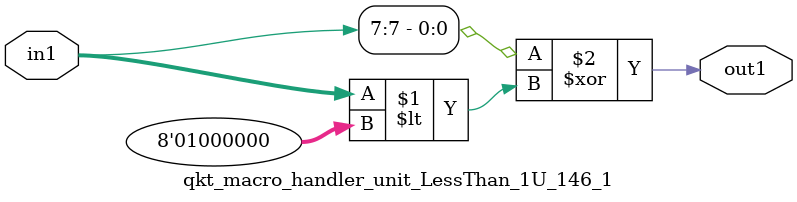
<source format=v>

`timescale 1ps / 1ps


module qkt_macro_handler_unit_LessThan_1U_146_1( in1, out1 );

    input [7:0] in1;
    output out1;

    
    // rtl_process:qkt_macro_handler_unit_LessThan_1U_146_1/qkt_macro_handler_unit_LessThan_1U_146_1_thread_1
    assign out1 = (in1[7] ^ in1 < 8'd064);

endmodule


</source>
